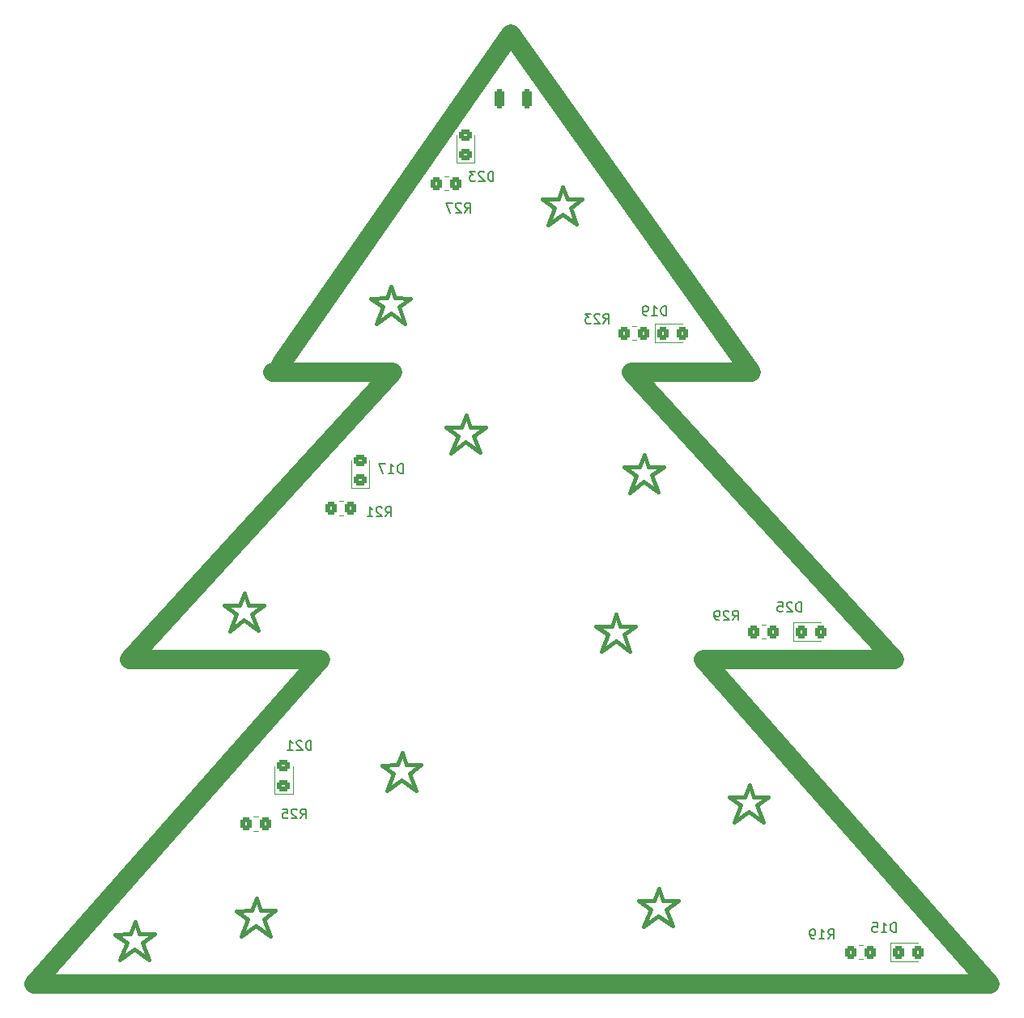
<source format=gbo>
G04 #@! TF.GenerationSoftware,KiCad,Pcbnew,7.0.8*
G04 #@! TF.CreationDate,2024-11-08T22:29:11+01:00*
G04 #@! TF.ProjectId,PCB_Christmas_Tree.kicad_pcb_bez_logo_AGH,5043425f-4368-4726-9973-746d61735f54,rev?*
G04 #@! TF.SameCoordinates,Original*
G04 #@! TF.FileFunction,Legend,Bot*
G04 #@! TF.FilePolarity,Positive*
%FSLAX46Y46*%
G04 Gerber Fmt 4.6, Leading zero omitted, Abs format (unit mm)*
G04 Created by KiCad (PCBNEW 7.0.8) date 2024-11-08 22:29:11*
%MOMM*%
%LPD*%
G01*
G04 APERTURE LIST*
G04 Aperture macros list*
%AMRoundRect*
0 Rectangle with rounded corners*
0 $1 Rounding radius*
0 $2 $3 $4 $5 $6 $7 $8 $9 X,Y pos of 4 corners*
0 Add a 4 corners polygon primitive as box body*
4,1,4,$2,$3,$4,$5,$6,$7,$8,$9,$2,$3,0*
0 Add four circle primitives for the rounded corners*
1,1,$1+$1,$2,$3*
1,1,$1+$1,$4,$5*
1,1,$1+$1,$6,$7*
1,1,$1+$1,$8,$9*
0 Add four rect primitives between the rounded corners*
20,1,$1+$1,$2,$3,$4,$5,0*
20,1,$1+$1,$4,$5,$6,$7,0*
20,1,$1+$1,$6,$7,$8,$9,0*
20,1,$1+$1,$8,$9,$2,$3,0*%
G04 Aperture macros list end*
%ADD10C,0.400000*%
%ADD11C,2.000000*%
%ADD12C,0.150000*%
%ADD13C,0.120000*%
%ADD14RoundRect,0.250000X-0.325000X-0.450000X0.325000X-0.450000X0.325000X0.450000X-0.325000X0.450000X0*%
%ADD15RoundRect,0.250000X0.450000X-0.325000X0.450000X0.325000X-0.450000X0.325000X-0.450000X-0.325000X0*%
%ADD16RoundRect,0.250000X0.350000X0.450000X-0.350000X0.450000X-0.350000X-0.450000X0.350000X-0.450000X0*%
%ADD17RoundRect,0.250000X0.250000X0.750000X-0.250000X0.750000X-0.250000X-0.750000X0.250000X-0.750000X0*%
%ADD18R,3.000000X2.000000*%
G04 APERTURE END LIST*
D10*
X85195000Y-117695000D02*
X84735000Y-118955000D01*
X85165000Y-120515000D02*
X86635000Y-121595000D01*
X86015000Y-119855000D02*
X86635000Y-121595000D01*
X85195000Y-117695000D02*
X85645000Y-118955000D01*
X83085000Y-118975000D02*
X84735000Y-118955000D01*
X87215000Y-118965000D02*
X85645000Y-118955000D01*
X86015000Y-119855000D02*
X87215000Y-118965000D01*
X84335000Y-119865000D02*
X83655000Y-121645000D01*
X85165000Y-120515000D02*
X83655000Y-121645000D01*
X83085000Y-118975000D02*
X84335000Y-119865000D01*
X69955000Y-132935000D02*
X69495000Y-134195000D01*
X69925000Y-135755000D02*
X71395000Y-136835000D01*
X70775000Y-135095000D02*
X71395000Y-136835000D01*
X69955000Y-132935000D02*
X70405000Y-134195000D01*
X67845000Y-134215000D02*
X69495000Y-134195000D01*
X71975000Y-134205000D02*
X70405000Y-134195000D01*
X70775000Y-135095000D02*
X71975000Y-134205000D01*
X69095000Y-135105000D02*
X68415000Y-136885000D01*
X69925000Y-135755000D02*
X68415000Y-136885000D01*
X67845000Y-134215000D02*
X69095000Y-135105000D01*
X112043000Y-131908000D02*
X112493000Y-133168000D01*
X112863000Y-134068000D02*
X113483000Y-135808000D01*
X101993000Y-61318000D02*
X100483000Y-62448000D01*
X109663000Y-88658000D02*
X108983000Y-90438000D01*
X81943000Y-70128000D02*
X83593000Y-70108000D01*
X84053000Y-68848000D02*
X83593000Y-70108000D01*
X102843000Y-60658000D02*
X104043000Y-59768000D01*
X108413000Y-87768000D02*
X110063000Y-87748000D01*
X111343000Y-88648000D02*
X112543000Y-87758000D01*
X69523000Y-103138000D02*
X70143000Y-104878000D01*
X112013000Y-134728000D02*
X113483000Y-135808000D01*
X121523000Y-121018000D02*
X121063000Y-122278000D01*
X107583000Y-103158000D02*
X108033000Y-104418000D01*
X84873000Y-71008000D02*
X86073000Y-70118000D01*
X101993000Y-61318000D02*
X103463000Y-62398000D01*
X70723000Y-102248000D02*
X69153000Y-102238000D01*
X107553000Y-105978000D02*
X109023000Y-107058000D01*
X93913000Y-83618000D02*
X92343000Y-83608000D01*
X110523000Y-86488000D02*
X110063000Y-87748000D01*
X112043000Y-131908000D02*
X111583000Y-133168000D01*
X69523000Y-103138000D02*
X70723000Y-102248000D01*
X110493000Y-89308000D02*
X108983000Y-90438000D01*
X55153000Y-136668000D02*
X56403000Y-137558000D01*
X91033000Y-84518000D02*
X90353000Y-86298000D01*
D11*
X109203000Y-77888000D02*
X136703000Y-107888000D01*
D10*
X84023000Y-71668000D02*
X85493000Y-72748000D01*
X58083000Y-137548000D02*
X58703000Y-139288000D01*
D11*
X96595000Y-42455000D02*
X72495000Y-77055000D01*
D10*
X104043000Y-59768000D02*
X102473000Y-59758000D01*
X84023000Y-71668000D02*
X82513000Y-72798000D01*
D11*
X136703000Y-107888000D02*
X116703000Y-107888000D01*
D10*
X114063000Y-133178000D02*
X112493000Y-133168000D01*
X99913000Y-59778000D02*
X101563000Y-59758000D01*
X92713000Y-84508000D02*
X93333000Y-86248000D01*
X107583000Y-103158000D02*
X107123000Y-104418000D01*
X83193000Y-71018000D02*
X82513000Y-72798000D01*
X110523000Y-86488000D02*
X110973000Y-87748000D01*
X102843000Y-60658000D02*
X103463000Y-62398000D01*
X107553000Y-105978000D02*
X106043000Y-107108000D01*
X57233000Y-138208000D02*
X55723000Y-139338000D01*
X120663000Y-123188000D02*
X119983000Y-124968000D01*
X101163000Y-60668000D02*
X100483000Y-62448000D01*
X89783000Y-83628000D02*
X91433000Y-83608000D01*
X119413000Y-122298000D02*
X121063000Y-122278000D01*
X102023000Y-58498000D02*
X101563000Y-59758000D01*
X66593000Y-102258000D02*
X67843000Y-103148000D01*
D11*
X76703000Y-107888000D02*
X46703000Y-141888000D01*
D10*
X119413000Y-122298000D02*
X120663000Y-123188000D01*
D11*
X71703000Y-77888000D02*
X84203000Y-77888000D01*
D10*
X102023000Y-58498000D02*
X102473000Y-59758000D01*
X108403000Y-105318000D02*
X109023000Y-107058000D01*
X121523000Y-121018000D02*
X121973000Y-122278000D01*
X105473000Y-104438000D02*
X106723000Y-105328000D01*
D11*
X116703000Y-107888000D02*
X146703000Y-141888000D01*
D10*
X57263000Y-135388000D02*
X56803000Y-136648000D01*
D11*
X76703000Y-107888000D02*
X56703000Y-107888000D01*
X84203000Y-77888000D02*
X56703000Y-107888000D01*
D10*
X112543000Y-87758000D02*
X110973000Y-87748000D01*
X121493000Y-123838000D02*
X119983000Y-124968000D01*
X68703000Y-100978000D02*
X68243000Y-102238000D01*
X91893000Y-82348000D02*
X91433000Y-83608000D01*
X105473000Y-104438000D02*
X107123000Y-104418000D01*
X68673000Y-103798000D02*
X67163000Y-104928000D01*
X89783000Y-83628000D02*
X91033000Y-84518000D01*
D11*
X146703000Y-141888000D02*
X46703000Y-141888000D01*
D10*
X81943000Y-70128000D02*
X83193000Y-71018000D01*
X109933000Y-133188000D02*
X111583000Y-133168000D01*
X112863000Y-134068000D02*
X114063000Y-133178000D01*
X58083000Y-137548000D02*
X59283000Y-136658000D01*
D11*
X109203000Y-77888000D02*
X121703000Y-77888000D01*
D10*
X91893000Y-82348000D02*
X92343000Y-83608000D01*
X68703000Y-100978000D02*
X69153000Y-102238000D01*
X108403000Y-105318000D02*
X109603000Y-104428000D01*
X66593000Y-102258000D02*
X68243000Y-102238000D01*
X106723000Y-105328000D02*
X106043000Y-107108000D01*
X56403000Y-137558000D02*
X55723000Y-139338000D01*
X122343000Y-123178000D02*
X122963000Y-124918000D01*
X109933000Y-133188000D02*
X111183000Y-134078000D01*
X99913000Y-59778000D02*
X101163000Y-60668000D01*
X57263000Y-135388000D02*
X57713000Y-136648000D01*
X92713000Y-84508000D02*
X93913000Y-83618000D01*
X67843000Y-103148000D02*
X67163000Y-104928000D01*
X108413000Y-87768000D02*
X109663000Y-88658000D01*
X110493000Y-89308000D02*
X111963000Y-90388000D01*
X84053000Y-68848000D02*
X84503000Y-70108000D01*
X121493000Y-123838000D02*
X122963000Y-124918000D01*
D11*
X96595000Y-42455000D02*
X121703000Y-77888000D01*
D10*
X111343000Y-88648000D02*
X111963000Y-90388000D01*
X112013000Y-134728000D02*
X110503000Y-135858000D01*
X84873000Y-71008000D02*
X85493000Y-72748000D01*
X86073000Y-70118000D02*
X84503000Y-70108000D01*
X91863000Y-85168000D02*
X90353000Y-86298000D01*
X55153000Y-136668000D02*
X56803000Y-136648000D01*
X57233000Y-138208000D02*
X58703000Y-139288000D01*
X122343000Y-123178000D02*
X123543000Y-122288000D01*
X123543000Y-122288000D02*
X121973000Y-122278000D01*
X109603000Y-104428000D02*
X108033000Y-104418000D01*
X68673000Y-103798000D02*
X70143000Y-104878000D01*
X111183000Y-134078000D02*
X110503000Y-135858000D01*
X91863000Y-85168000D02*
X93333000Y-86248000D01*
X59283000Y-136658000D02*
X57713000Y-136648000D01*
D12*
X112837285Y-71926819D02*
X112837285Y-70926819D01*
X112837285Y-70926819D02*
X112599190Y-70926819D01*
X112599190Y-70926819D02*
X112456333Y-70974438D01*
X112456333Y-70974438D02*
X112361095Y-71069676D01*
X112361095Y-71069676D02*
X112313476Y-71164914D01*
X112313476Y-71164914D02*
X112265857Y-71355390D01*
X112265857Y-71355390D02*
X112265857Y-71498247D01*
X112265857Y-71498247D02*
X112313476Y-71688723D01*
X112313476Y-71688723D02*
X112361095Y-71783961D01*
X112361095Y-71783961D02*
X112456333Y-71879200D01*
X112456333Y-71879200D02*
X112599190Y-71926819D01*
X112599190Y-71926819D02*
X112837285Y-71926819D01*
X111313476Y-71926819D02*
X111884904Y-71926819D01*
X111599190Y-71926819D02*
X111599190Y-70926819D01*
X111599190Y-70926819D02*
X111694428Y-71069676D01*
X111694428Y-71069676D02*
X111789666Y-71164914D01*
X111789666Y-71164914D02*
X111884904Y-71212533D01*
X110837285Y-71926819D02*
X110646809Y-71926819D01*
X110646809Y-71926819D02*
X110551571Y-71879200D01*
X110551571Y-71879200D02*
X110503952Y-71831580D01*
X110503952Y-71831580D02*
X110408714Y-71688723D01*
X110408714Y-71688723D02*
X110361095Y-71498247D01*
X110361095Y-71498247D02*
X110361095Y-71117295D01*
X110361095Y-71117295D02*
X110408714Y-71022057D01*
X110408714Y-71022057D02*
X110456333Y-70974438D01*
X110456333Y-70974438D02*
X110551571Y-70926819D01*
X110551571Y-70926819D02*
X110742047Y-70926819D01*
X110742047Y-70926819D02*
X110837285Y-70974438D01*
X110837285Y-70974438D02*
X110884904Y-71022057D01*
X110884904Y-71022057D02*
X110932523Y-71117295D01*
X110932523Y-71117295D02*
X110932523Y-71355390D01*
X110932523Y-71355390D02*
X110884904Y-71450628D01*
X110884904Y-71450628D02*
X110837285Y-71498247D01*
X110837285Y-71498247D02*
X110742047Y-71545866D01*
X110742047Y-71545866D02*
X110551571Y-71545866D01*
X110551571Y-71545866D02*
X110456333Y-71498247D01*
X110456333Y-71498247D02*
X110408714Y-71450628D01*
X110408714Y-71450628D02*
X110361095Y-71355390D01*
X126939285Y-102914819D02*
X126939285Y-101914819D01*
X126939285Y-101914819D02*
X126701190Y-101914819D01*
X126701190Y-101914819D02*
X126558333Y-101962438D01*
X126558333Y-101962438D02*
X126463095Y-102057676D01*
X126463095Y-102057676D02*
X126415476Y-102152914D01*
X126415476Y-102152914D02*
X126367857Y-102343390D01*
X126367857Y-102343390D02*
X126367857Y-102486247D01*
X126367857Y-102486247D02*
X126415476Y-102676723D01*
X126415476Y-102676723D02*
X126463095Y-102771961D01*
X126463095Y-102771961D02*
X126558333Y-102867200D01*
X126558333Y-102867200D02*
X126701190Y-102914819D01*
X126701190Y-102914819D02*
X126939285Y-102914819D01*
X125986904Y-102010057D02*
X125939285Y-101962438D01*
X125939285Y-101962438D02*
X125844047Y-101914819D01*
X125844047Y-101914819D02*
X125605952Y-101914819D01*
X125605952Y-101914819D02*
X125510714Y-101962438D01*
X125510714Y-101962438D02*
X125463095Y-102010057D01*
X125463095Y-102010057D02*
X125415476Y-102105295D01*
X125415476Y-102105295D02*
X125415476Y-102200533D01*
X125415476Y-102200533D02*
X125463095Y-102343390D01*
X125463095Y-102343390D02*
X126034523Y-102914819D01*
X126034523Y-102914819D02*
X125415476Y-102914819D01*
X124510714Y-101914819D02*
X124986904Y-101914819D01*
X124986904Y-101914819D02*
X125034523Y-102391009D01*
X125034523Y-102391009D02*
X124986904Y-102343390D01*
X124986904Y-102343390D02*
X124891666Y-102295771D01*
X124891666Y-102295771D02*
X124653571Y-102295771D01*
X124653571Y-102295771D02*
X124558333Y-102343390D01*
X124558333Y-102343390D02*
X124510714Y-102391009D01*
X124510714Y-102391009D02*
X124463095Y-102486247D01*
X124463095Y-102486247D02*
X124463095Y-102724342D01*
X124463095Y-102724342D02*
X124510714Y-102819580D01*
X124510714Y-102819580D02*
X124558333Y-102867200D01*
X124558333Y-102867200D02*
X124653571Y-102914819D01*
X124653571Y-102914819D02*
X124891666Y-102914819D01*
X124891666Y-102914819D02*
X124986904Y-102867200D01*
X124986904Y-102867200D02*
X125034523Y-102819580D01*
X94737285Y-57852819D02*
X94737285Y-56852819D01*
X94737285Y-56852819D02*
X94499190Y-56852819D01*
X94499190Y-56852819D02*
X94356333Y-56900438D01*
X94356333Y-56900438D02*
X94261095Y-56995676D01*
X94261095Y-56995676D02*
X94213476Y-57090914D01*
X94213476Y-57090914D02*
X94165857Y-57281390D01*
X94165857Y-57281390D02*
X94165857Y-57424247D01*
X94165857Y-57424247D02*
X94213476Y-57614723D01*
X94213476Y-57614723D02*
X94261095Y-57709961D01*
X94261095Y-57709961D02*
X94356333Y-57805200D01*
X94356333Y-57805200D02*
X94499190Y-57852819D01*
X94499190Y-57852819D02*
X94737285Y-57852819D01*
X93784904Y-56948057D02*
X93737285Y-56900438D01*
X93737285Y-56900438D02*
X93642047Y-56852819D01*
X93642047Y-56852819D02*
X93403952Y-56852819D01*
X93403952Y-56852819D02*
X93308714Y-56900438D01*
X93308714Y-56900438D02*
X93261095Y-56948057D01*
X93261095Y-56948057D02*
X93213476Y-57043295D01*
X93213476Y-57043295D02*
X93213476Y-57138533D01*
X93213476Y-57138533D02*
X93261095Y-57281390D01*
X93261095Y-57281390D02*
X93832523Y-57852819D01*
X93832523Y-57852819D02*
X93213476Y-57852819D01*
X92880142Y-56852819D02*
X92261095Y-56852819D01*
X92261095Y-56852819D02*
X92594428Y-57233771D01*
X92594428Y-57233771D02*
X92451571Y-57233771D01*
X92451571Y-57233771D02*
X92356333Y-57281390D01*
X92356333Y-57281390D02*
X92308714Y-57329009D01*
X92308714Y-57329009D02*
X92261095Y-57424247D01*
X92261095Y-57424247D02*
X92261095Y-57662342D01*
X92261095Y-57662342D02*
X92308714Y-57757580D01*
X92308714Y-57757580D02*
X92356333Y-57805200D01*
X92356333Y-57805200D02*
X92451571Y-57852819D01*
X92451571Y-57852819D02*
X92737285Y-57852819D01*
X92737285Y-57852819D02*
X92832523Y-57805200D01*
X92832523Y-57805200D02*
X92880142Y-57757580D01*
X106265857Y-72752819D02*
X106599190Y-72276628D01*
X106837285Y-72752819D02*
X106837285Y-71752819D01*
X106837285Y-71752819D02*
X106456333Y-71752819D01*
X106456333Y-71752819D02*
X106361095Y-71800438D01*
X106361095Y-71800438D02*
X106313476Y-71848057D01*
X106313476Y-71848057D02*
X106265857Y-71943295D01*
X106265857Y-71943295D02*
X106265857Y-72086152D01*
X106265857Y-72086152D02*
X106313476Y-72181390D01*
X106313476Y-72181390D02*
X106361095Y-72229009D01*
X106361095Y-72229009D02*
X106456333Y-72276628D01*
X106456333Y-72276628D02*
X106837285Y-72276628D01*
X105884904Y-71848057D02*
X105837285Y-71800438D01*
X105837285Y-71800438D02*
X105742047Y-71752819D01*
X105742047Y-71752819D02*
X105503952Y-71752819D01*
X105503952Y-71752819D02*
X105408714Y-71800438D01*
X105408714Y-71800438D02*
X105361095Y-71848057D01*
X105361095Y-71848057D02*
X105313476Y-71943295D01*
X105313476Y-71943295D02*
X105313476Y-72038533D01*
X105313476Y-72038533D02*
X105361095Y-72181390D01*
X105361095Y-72181390D02*
X105932523Y-72752819D01*
X105932523Y-72752819D02*
X105313476Y-72752819D01*
X104980142Y-71752819D02*
X104361095Y-71752819D01*
X104361095Y-71752819D02*
X104694428Y-72133771D01*
X104694428Y-72133771D02*
X104551571Y-72133771D01*
X104551571Y-72133771D02*
X104456333Y-72181390D01*
X104456333Y-72181390D02*
X104408714Y-72229009D01*
X104408714Y-72229009D02*
X104361095Y-72324247D01*
X104361095Y-72324247D02*
X104361095Y-72562342D01*
X104361095Y-72562342D02*
X104408714Y-72657580D01*
X104408714Y-72657580D02*
X104456333Y-72705200D01*
X104456333Y-72705200D02*
X104551571Y-72752819D01*
X104551571Y-72752819D02*
X104837285Y-72752819D01*
X104837285Y-72752819D02*
X104932523Y-72705200D01*
X104932523Y-72705200D02*
X104980142Y-72657580D01*
X119765857Y-103804819D02*
X120099190Y-103328628D01*
X120337285Y-103804819D02*
X120337285Y-102804819D01*
X120337285Y-102804819D02*
X119956333Y-102804819D01*
X119956333Y-102804819D02*
X119861095Y-102852438D01*
X119861095Y-102852438D02*
X119813476Y-102900057D01*
X119813476Y-102900057D02*
X119765857Y-102995295D01*
X119765857Y-102995295D02*
X119765857Y-103138152D01*
X119765857Y-103138152D02*
X119813476Y-103233390D01*
X119813476Y-103233390D02*
X119861095Y-103281009D01*
X119861095Y-103281009D02*
X119956333Y-103328628D01*
X119956333Y-103328628D02*
X120337285Y-103328628D01*
X119384904Y-102900057D02*
X119337285Y-102852438D01*
X119337285Y-102852438D02*
X119242047Y-102804819D01*
X119242047Y-102804819D02*
X119003952Y-102804819D01*
X119003952Y-102804819D02*
X118908714Y-102852438D01*
X118908714Y-102852438D02*
X118861095Y-102900057D01*
X118861095Y-102900057D02*
X118813476Y-102995295D01*
X118813476Y-102995295D02*
X118813476Y-103090533D01*
X118813476Y-103090533D02*
X118861095Y-103233390D01*
X118861095Y-103233390D02*
X119432523Y-103804819D01*
X119432523Y-103804819D02*
X118813476Y-103804819D01*
X118337285Y-103804819D02*
X118146809Y-103804819D01*
X118146809Y-103804819D02*
X118051571Y-103757200D01*
X118051571Y-103757200D02*
X118003952Y-103709580D01*
X118003952Y-103709580D02*
X117908714Y-103566723D01*
X117908714Y-103566723D02*
X117861095Y-103376247D01*
X117861095Y-103376247D02*
X117861095Y-102995295D01*
X117861095Y-102995295D02*
X117908714Y-102900057D01*
X117908714Y-102900057D02*
X117956333Y-102852438D01*
X117956333Y-102852438D02*
X118051571Y-102804819D01*
X118051571Y-102804819D02*
X118242047Y-102804819D01*
X118242047Y-102804819D02*
X118337285Y-102852438D01*
X118337285Y-102852438D02*
X118384904Y-102900057D01*
X118384904Y-102900057D02*
X118432523Y-102995295D01*
X118432523Y-102995295D02*
X118432523Y-103233390D01*
X118432523Y-103233390D02*
X118384904Y-103328628D01*
X118384904Y-103328628D02*
X118337285Y-103376247D01*
X118337285Y-103376247D02*
X118242047Y-103423866D01*
X118242047Y-103423866D02*
X118051571Y-103423866D01*
X118051571Y-103423866D02*
X117956333Y-103376247D01*
X117956333Y-103376247D02*
X117908714Y-103328628D01*
X117908714Y-103328628D02*
X117861095Y-103233390D01*
X83465857Y-92952819D02*
X83799190Y-92476628D01*
X84037285Y-92952819D02*
X84037285Y-91952819D01*
X84037285Y-91952819D02*
X83656333Y-91952819D01*
X83656333Y-91952819D02*
X83561095Y-92000438D01*
X83561095Y-92000438D02*
X83513476Y-92048057D01*
X83513476Y-92048057D02*
X83465857Y-92143295D01*
X83465857Y-92143295D02*
X83465857Y-92286152D01*
X83465857Y-92286152D02*
X83513476Y-92381390D01*
X83513476Y-92381390D02*
X83561095Y-92429009D01*
X83561095Y-92429009D02*
X83656333Y-92476628D01*
X83656333Y-92476628D02*
X84037285Y-92476628D01*
X83084904Y-92048057D02*
X83037285Y-92000438D01*
X83037285Y-92000438D02*
X82942047Y-91952819D01*
X82942047Y-91952819D02*
X82703952Y-91952819D01*
X82703952Y-91952819D02*
X82608714Y-92000438D01*
X82608714Y-92000438D02*
X82561095Y-92048057D01*
X82561095Y-92048057D02*
X82513476Y-92143295D01*
X82513476Y-92143295D02*
X82513476Y-92238533D01*
X82513476Y-92238533D02*
X82561095Y-92381390D01*
X82561095Y-92381390D02*
X83132523Y-92952819D01*
X83132523Y-92952819D02*
X82513476Y-92952819D01*
X81561095Y-92952819D02*
X82132523Y-92952819D01*
X81846809Y-92952819D02*
X81846809Y-91952819D01*
X81846809Y-91952819D02*
X81942047Y-92095676D01*
X81942047Y-92095676D02*
X82037285Y-92190914D01*
X82037285Y-92190914D02*
X82132523Y-92238533D01*
X136845285Y-136442819D02*
X136845285Y-135442819D01*
X136845285Y-135442819D02*
X136607190Y-135442819D01*
X136607190Y-135442819D02*
X136464333Y-135490438D01*
X136464333Y-135490438D02*
X136369095Y-135585676D01*
X136369095Y-135585676D02*
X136321476Y-135680914D01*
X136321476Y-135680914D02*
X136273857Y-135871390D01*
X136273857Y-135871390D02*
X136273857Y-136014247D01*
X136273857Y-136014247D02*
X136321476Y-136204723D01*
X136321476Y-136204723D02*
X136369095Y-136299961D01*
X136369095Y-136299961D02*
X136464333Y-136395200D01*
X136464333Y-136395200D02*
X136607190Y-136442819D01*
X136607190Y-136442819D02*
X136845285Y-136442819D01*
X135321476Y-136442819D02*
X135892904Y-136442819D01*
X135607190Y-136442819D02*
X135607190Y-135442819D01*
X135607190Y-135442819D02*
X135702428Y-135585676D01*
X135702428Y-135585676D02*
X135797666Y-135680914D01*
X135797666Y-135680914D02*
X135892904Y-135728533D01*
X134416714Y-135442819D02*
X134892904Y-135442819D01*
X134892904Y-135442819D02*
X134940523Y-135919009D01*
X134940523Y-135919009D02*
X134892904Y-135871390D01*
X134892904Y-135871390D02*
X134797666Y-135823771D01*
X134797666Y-135823771D02*
X134559571Y-135823771D01*
X134559571Y-135823771D02*
X134464333Y-135871390D01*
X134464333Y-135871390D02*
X134416714Y-135919009D01*
X134416714Y-135919009D02*
X134369095Y-136014247D01*
X134369095Y-136014247D02*
X134369095Y-136252342D01*
X134369095Y-136252342D02*
X134416714Y-136347580D01*
X134416714Y-136347580D02*
X134464333Y-136395200D01*
X134464333Y-136395200D02*
X134559571Y-136442819D01*
X134559571Y-136442819D02*
X134797666Y-136442819D01*
X134797666Y-136442819D02*
X134892904Y-136395200D01*
X134892904Y-136395200D02*
X134940523Y-136347580D01*
X129765857Y-137152819D02*
X130099190Y-136676628D01*
X130337285Y-137152819D02*
X130337285Y-136152819D01*
X130337285Y-136152819D02*
X129956333Y-136152819D01*
X129956333Y-136152819D02*
X129861095Y-136200438D01*
X129861095Y-136200438D02*
X129813476Y-136248057D01*
X129813476Y-136248057D02*
X129765857Y-136343295D01*
X129765857Y-136343295D02*
X129765857Y-136486152D01*
X129765857Y-136486152D02*
X129813476Y-136581390D01*
X129813476Y-136581390D02*
X129861095Y-136629009D01*
X129861095Y-136629009D02*
X129956333Y-136676628D01*
X129956333Y-136676628D02*
X130337285Y-136676628D01*
X128813476Y-137152819D02*
X129384904Y-137152819D01*
X129099190Y-137152819D02*
X129099190Y-136152819D01*
X129099190Y-136152819D02*
X129194428Y-136295676D01*
X129194428Y-136295676D02*
X129289666Y-136390914D01*
X129289666Y-136390914D02*
X129384904Y-136438533D01*
X128337285Y-137152819D02*
X128146809Y-137152819D01*
X128146809Y-137152819D02*
X128051571Y-137105200D01*
X128051571Y-137105200D02*
X128003952Y-137057580D01*
X128003952Y-137057580D02*
X127908714Y-136914723D01*
X127908714Y-136914723D02*
X127861095Y-136724247D01*
X127861095Y-136724247D02*
X127861095Y-136343295D01*
X127861095Y-136343295D02*
X127908714Y-136248057D01*
X127908714Y-136248057D02*
X127956333Y-136200438D01*
X127956333Y-136200438D02*
X128051571Y-136152819D01*
X128051571Y-136152819D02*
X128242047Y-136152819D01*
X128242047Y-136152819D02*
X128337285Y-136200438D01*
X128337285Y-136200438D02*
X128384904Y-136248057D01*
X128384904Y-136248057D02*
X128432523Y-136343295D01*
X128432523Y-136343295D02*
X128432523Y-136581390D01*
X128432523Y-136581390D02*
X128384904Y-136676628D01*
X128384904Y-136676628D02*
X128337285Y-136724247D01*
X128337285Y-136724247D02*
X128242047Y-136771866D01*
X128242047Y-136771866D02*
X128051571Y-136771866D01*
X128051571Y-136771866D02*
X127956333Y-136724247D01*
X127956333Y-136724247D02*
X127908714Y-136676628D01*
X127908714Y-136676628D02*
X127861095Y-136581390D01*
X91765857Y-61152819D02*
X92099190Y-60676628D01*
X92337285Y-61152819D02*
X92337285Y-60152819D01*
X92337285Y-60152819D02*
X91956333Y-60152819D01*
X91956333Y-60152819D02*
X91861095Y-60200438D01*
X91861095Y-60200438D02*
X91813476Y-60248057D01*
X91813476Y-60248057D02*
X91765857Y-60343295D01*
X91765857Y-60343295D02*
X91765857Y-60486152D01*
X91765857Y-60486152D02*
X91813476Y-60581390D01*
X91813476Y-60581390D02*
X91861095Y-60629009D01*
X91861095Y-60629009D02*
X91956333Y-60676628D01*
X91956333Y-60676628D02*
X92337285Y-60676628D01*
X91384904Y-60248057D02*
X91337285Y-60200438D01*
X91337285Y-60200438D02*
X91242047Y-60152819D01*
X91242047Y-60152819D02*
X91003952Y-60152819D01*
X91003952Y-60152819D02*
X90908714Y-60200438D01*
X90908714Y-60200438D02*
X90861095Y-60248057D01*
X90861095Y-60248057D02*
X90813476Y-60343295D01*
X90813476Y-60343295D02*
X90813476Y-60438533D01*
X90813476Y-60438533D02*
X90861095Y-60581390D01*
X90861095Y-60581390D02*
X91432523Y-61152819D01*
X91432523Y-61152819D02*
X90813476Y-61152819D01*
X90480142Y-60152819D02*
X89813476Y-60152819D01*
X89813476Y-60152819D02*
X90242047Y-61152819D01*
X74565857Y-124552819D02*
X74899190Y-124076628D01*
X75137285Y-124552819D02*
X75137285Y-123552819D01*
X75137285Y-123552819D02*
X74756333Y-123552819D01*
X74756333Y-123552819D02*
X74661095Y-123600438D01*
X74661095Y-123600438D02*
X74613476Y-123648057D01*
X74613476Y-123648057D02*
X74565857Y-123743295D01*
X74565857Y-123743295D02*
X74565857Y-123886152D01*
X74565857Y-123886152D02*
X74613476Y-123981390D01*
X74613476Y-123981390D02*
X74661095Y-124029009D01*
X74661095Y-124029009D02*
X74756333Y-124076628D01*
X74756333Y-124076628D02*
X75137285Y-124076628D01*
X74184904Y-123648057D02*
X74137285Y-123600438D01*
X74137285Y-123600438D02*
X74042047Y-123552819D01*
X74042047Y-123552819D02*
X73803952Y-123552819D01*
X73803952Y-123552819D02*
X73708714Y-123600438D01*
X73708714Y-123600438D02*
X73661095Y-123648057D01*
X73661095Y-123648057D02*
X73613476Y-123743295D01*
X73613476Y-123743295D02*
X73613476Y-123838533D01*
X73613476Y-123838533D02*
X73661095Y-123981390D01*
X73661095Y-123981390D02*
X74232523Y-124552819D01*
X74232523Y-124552819D02*
X73613476Y-124552819D01*
X72708714Y-123552819D02*
X73184904Y-123552819D01*
X73184904Y-123552819D02*
X73232523Y-124029009D01*
X73232523Y-124029009D02*
X73184904Y-123981390D01*
X73184904Y-123981390D02*
X73089666Y-123933771D01*
X73089666Y-123933771D02*
X72851571Y-123933771D01*
X72851571Y-123933771D02*
X72756333Y-123981390D01*
X72756333Y-123981390D02*
X72708714Y-124029009D01*
X72708714Y-124029009D02*
X72661095Y-124124247D01*
X72661095Y-124124247D02*
X72661095Y-124362342D01*
X72661095Y-124362342D02*
X72708714Y-124457580D01*
X72708714Y-124457580D02*
X72756333Y-124505200D01*
X72756333Y-124505200D02*
X72851571Y-124552819D01*
X72851571Y-124552819D02*
X73089666Y-124552819D01*
X73089666Y-124552819D02*
X73184904Y-124505200D01*
X73184904Y-124505200D02*
X73232523Y-124457580D01*
X75687285Y-117392819D02*
X75687285Y-116392819D01*
X75687285Y-116392819D02*
X75449190Y-116392819D01*
X75449190Y-116392819D02*
X75306333Y-116440438D01*
X75306333Y-116440438D02*
X75211095Y-116535676D01*
X75211095Y-116535676D02*
X75163476Y-116630914D01*
X75163476Y-116630914D02*
X75115857Y-116821390D01*
X75115857Y-116821390D02*
X75115857Y-116964247D01*
X75115857Y-116964247D02*
X75163476Y-117154723D01*
X75163476Y-117154723D02*
X75211095Y-117249961D01*
X75211095Y-117249961D02*
X75306333Y-117345200D01*
X75306333Y-117345200D02*
X75449190Y-117392819D01*
X75449190Y-117392819D02*
X75687285Y-117392819D01*
X74734904Y-116488057D02*
X74687285Y-116440438D01*
X74687285Y-116440438D02*
X74592047Y-116392819D01*
X74592047Y-116392819D02*
X74353952Y-116392819D01*
X74353952Y-116392819D02*
X74258714Y-116440438D01*
X74258714Y-116440438D02*
X74211095Y-116488057D01*
X74211095Y-116488057D02*
X74163476Y-116583295D01*
X74163476Y-116583295D02*
X74163476Y-116678533D01*
X74163476Y-116678533D02*
X74211095Y-116821390D01*
X74211095Y-116821390D02*
X74782523Y-117392819D01*
X74782523Y-117392819D02*
X74163476Y-117392819D01*
X73211095Y-117392819D02*
X73782523Y-117392819D01*
X73496809Y-117392819D02*
X73496809Y-116392819D01*
X73496809Y-116392819D02*
X73592047Y-116535676D01*
X73592047Y-116535676D02*
X73687285Y-116630914D01*
X73687285Y-116630914D02*
X73782523Y-116678533D01*
X85283285Y-88436819D02*
X85283285Y-87436819D01*
X85283285Y-87436819D02*
X85045190Y-87436819D01*
X85045190Y-87436819D02*
X84902333Y-87484438D01*
X84902333Y-87484438D02*
X84807095Y-87579676D01*
X84807095Y-87579676D02*
X84759476Y-87674914D01*
X84759476Y-87674914D02*
X84711857Y-87865390D01*
X84711857Y-87865390D02*
X84711857Y-88008247D01*
X84711857Y-88008247D02*
X84759476Y-88198723D01*
X84759476Y-88198723D02*
X84807095Y-88293961D01*
X84807095Y-88293961D02*
X84902333Y-88389200D01*
X84902333Y-88389200D02*
X85045190Y-88436819D01*
X85045190Y-88436819D02*
X85283285Y-88436819D01*
X83759476Y-88436819D02*
X84330904Y-88436819D01*
X84045190Y-88436819D02*
X84045190Y-87436819D01*
X84045190Y-87436819D02*
X84140428Y-87579676D01*
X84140428Y-87579676D02*
X84235666Y-87674914D01*
X84235666Y-87674914D02*
X84330904Y-87722533D01*
X83426142Y-87436819D02*
X82759476Y-87436819D01*
X82759476Y-87436819D02*
X83188047Y-88436819D01*
D13*
X111673000Y-72798000D02*
X114533000Y-72798000D01*
X111673000Y-74718000D02*
X111673000Y-72798000D01*
X114533000Y-74718000D02*
X111673000Y-74718000D01*
X126151000Y-104040000D02*
X129011000Y-104040000D01*
X126151000Y-105960000D02*
X126151000Y-104040000D01*
X129011000Y-105960000D02*
X126151000Y-105960000D01*
X90863000Y-55933000D02*
X90863000Y-53073000D01*
X92783000Y-55933000D02*
X90863000Y-55933000D01*
X92783000Y-53073000D02*
X92783000Y-55933000D01*
X109696064Y-74493000D02*
X109241936Y-74493000D01*
X109696064Y-73023000D02*
X109241936Y-73023000D01*
X123238064Y-105735000D02*
X122783936Y-105735000D01*
X123238064Y-104265000D02*
X122783936Y-104265000D01*
X79050064Y-92808000D02*
X78595936Y-92808000D01*
X79050064Y-91338000D02*
X78595936Y-91338000D01*
X136311000Y-137568000D02*
X139171000Y-137568000D01*
X136311000Y-139488000D02*
X136311000Y-137568000D01*
X139171000Y-139488000D02*
X136311000Y-139488000D01*
X133398064Y-139263000D02*
X132943936Y-139263000D01*
X133398064Y-137793000D02*
X132943936Y-137793000D01*
X90050064Y-58833000D02*
X89595936Y-58833000D01*
X90050064Y-57363000D02*
X89595936Y-57363000D01*
X70137564Y-125833000D02*
X69683436Y-125833000D01*
X70137564Y-124363000D02*
X69683436Y-124363000D01*
X71863000Y-121933000D02*
X71863000Y-119073000D01*
X73783000Y-121933000D02*
X71863000Y-121933000D01*
X73783000Y-119073000D02*
X73783000Y-121933000D01*
X79863000Y-89958000D02*
X79863000Y-87098000D01*
X81783000Y-89958000D02*
X79863000Y-89958000D01*
X81783000Y-87098000D02*
X81783000Y-89958000D01*
%LPC*%
D14*
X112508000Y-73758000D03*
X114558000Y-73758000D03*
X126986000Y-105000000D03*
X129036000Y-105000000D03*
D15*
X91823000Y-55098000D03*
X91823000Y-53048000D03*
D16*
X110469000Y-73758000D03*
X108469000Y-73758000D03*
D17*
X98293000Y-49247000D03*
D16*
X124011000Y-105000000D03*
X122011000Y-105000000D03*
X79823000Y-92073000D03*
X77823000Y-92073000D03*
D17*
X95372000Y-49247000D03*
D14*
X137146000Y-138528000D03*
X139196000Y-138528000D03*
D16*
X134171000Y-138528000D03*
X132171000Y-138528000D03*
X90823000Y-58098000D03*
X88823000Y-58098000D03*
D18*
X94823000Y-94208000D03*
X94823000Y-97510000D03*
X94823000Y-100812000D03*
X94823000Y-103860000D03*
D16*
X70910500Y-125098000D03*
X68910500Y-125098000D03*
D15*
X72823000Y-121098000D03*
X72823000Y-119048000D03*
X80823000Y-89123000D03*
X80823000Y-87073000D03*
%LPD*%
M02*

</source>
